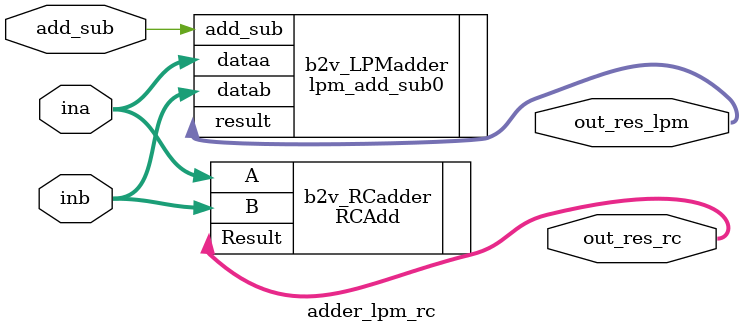
<source format=v>


module adder_lpm_rc(
	add_sub,
	ina,
	inb,
	out_res_lpm,
	out_res_rc
);


input wire	add_sub;
input wire	[7:0] ina;
input wire	[7:0] inb;
output wire	[7:0] out_res_lpm;
output wire	[7:0] out_res_rc;






lpm_add_sub0	b2v_LPMadder(
	.add_sub(add_sub),
	.dataa(ina),
	.datab(inb),
	.result(out_res_lpm));


RCAdd	b2v_RCadder(
	.A(ina),
	.B(inb),
	.Result(out_res_rc));


endmodule

</source>
